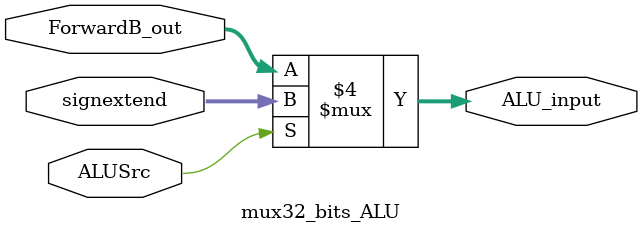
<source format=v>
module mux32_bits_ALU(
	// Outputs
	output reg [31:0]ALU_input,
	// Inputs
	input wire [31:0]ForwardB_out,
	input wire [31:0]signextend,
	input wire ALUSrc
);
	
	always @ (*)
	begin
		if (ALUSrc== 1)ALU_input = signextend;
		else ALU_input = ForwardB_out;
	end
	
endmodule

</source>
